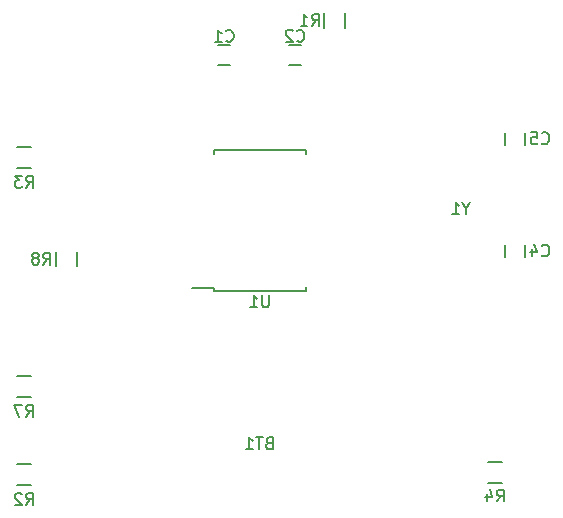
<source format=gbo>
G04 #@! TF.FileFunction,Legend,Bot*
%FSLAX46Y46*%
G04 Gerber Fmt 4.6, Leading zero omitted, Abs format (unit mm)*
G04 Created by KiCad (PCBNEW 4.0.7) date Thursday, April 26, 2018 'PMt' 01:22:00 PM*
%MOMM*%
%LPD*%
G01*
G04 APERTURE LIST*
%ADD10C,0.100000*%
%ADD11C,0.150000*%
G04 APERTURE END LIST*
D10*
D11*
X97500000Y-78850000D02*
X96500000Y-78850000D01*
X96500000Y-77150000D02*
X97500000Y-77150000D01*
X103500000Y-78850000D02*
X102500000Y-78850000D01*
X102500000Y-77150000D02*
X103500000Y-77150000D01*
X122460000Y-94070000D02*
X122460000Y-95070000D01*
X120760000Y-95070000D02*
X120760000Y-94070000D01*
X122460000Y-84560000D02*
X122460000Y-85560000D01*
X120760000Y-85560000D02*
X120760000Y-84560000D01*
X107225000Y-75650000D02*
X107225000Y-74450000D01*
X105475000Y-74450000D02*
X105475000Y-75650000D01*
X80650000Y-112625000D02*
X79450000Y-112625000D01*
X79450000Y-114375000D02*
X80650000Y-114375000D01*
X80650000Y-85765000D02*
X79450000Y-85765000D01*
X79450000Y-87515000D02*
X80650000Y-87515000D01*
X119310000Y-114195000D02*
X120510000Y-114195000D01*
X120510000Y-112445000D02*
X119310000Y-112445000D01*
X80650000Y-105155000D02*
X79450000Y-105155000D01*
X79450000Y-106905000D02*
X80650000Y-106905000D01*
X84485000Y-95860000D02*
X84485000Y-94660000D01*
X82735000Y-94660000D02*
X82735000Y-95860000D01*
X96125000Y-97950000D02*
X96125000Y-97700000D01*
X103875000Y-97950000D02*
X103875000Y-97605000D01*
X103875000Y-86050000D02*
X103875000Y-86395000D01*
X96125000Y-86050000D02*
X96125000Y-86395000D01*
X96125000Y-97950000D02*
X103875000Y-97950000D01*
X96125000Y-86050000D02*
X103875000Y-86050000D01*
X96125000Y-97700000D02*
X94300000Y-97700000D01*
X100785714Y-110828571D02*
X100642857Y-110876190D01*
X100595238Y-110923810D01*
X100547619Y-111019048D01*
X100547619Y-111161905D01*
X100595238Y-111257143D01*
X100642857Y-111304762D01*
X100738095Y-111352381D01*
X101119048Y-111352381D01*
X101119048Y-110352381D01*
X100785714Y-110352381D01*
X100690476Y-110400000D01*
X100642857Y-110447619D01*
X100595238Y-110542857D01*
X100595238Y-110638095D01*
X100642857Y-110733333D01*
X100690476Y-110780952D01*
X100785714Y-110828571D01*
X101119048Y-110828571D01*
X100261905Y-110352381D02*
X99690476Y-110352381D01*
X99976191Y-111352381D02*
X99976191Y-110352381D01*
X98833333Y-111352381D02*
X99404762Y-111352381D01*
X99119048Y-111352381D02*
X99119048Y-110352381D01*
X99214286Y-110495238D01*
X99309524Y-110590476D01*
X99404762Y-110638095D01*
X97156666Y-76747143D02*
X97204285Y-76794762D01*
X97347142Y-76842381D01*
X97442380Y-76842381D01*
X97585238Y-76794762D01*
X97680476Y-76699524D01*
X97728095Y-76604286D01*
X97775714Y-76413810D01*
X97775714Y-76270952D01*
X97728095Y-76080476D01*
X97680476Y-75985238D01*
X97585238Y-75890000D01*
X97442380Y-75842381D01*
X97347142Y-75842381D01*
X97204285Y-75890000D01*
X97156666Y-75937619D01*
X96204285Y-76842381D02*
X96775714Y-76842381D01*
X96490000Y-76842381D02*
X96490000Y-75842381D01*
X96585238Y-75985238D01*
X96680476Y-76080476D01*
X96775714Y-76128095D01*
X103166666Y-76747143D02*
X103214285Y-76794762D01*
X103357142Y-76842381D01*
X103452380Y-76842381D01*
X103595238Y-76794762D01*
X103690476Y-76699524D01*
X103738095Y-76604286D01*
X103785714Y-76413810D01*
X103785714Y-76270952D01*
X103738095Y-76080476D01*
X103690476Y-75985238D01*
X103595238Y-75890000D01*
X103452380Y-75842381D01*
X103357142Y-75842381D01*
X103214285Y-75890000D01*
X103166666Y-75937619D01*
X102785714Y-75937619D02*
X102738095Y-75890000D01*
X102642857Y-75842381D01*
X102404761Y-75842381D01*
X102309523Y-75890000D01*
X102261904Y-75937619D01*
X102214285Y-76032857D01*
X102214285Y-76128095D01*
X102261904Y-76270952D01*
X102833333Y-76842381D01*
X102214285Y-76842381D01*
X123876666Y-94927143D02*
X123924285Y-94974762D01*
X124067142Y-95022381D01*
X124162380Y-95022381D01*
X124305238Y-94974762D01*
X124400476Y-94879524D01*
X124448095Y-94784286D01*
X124495714Y-94593810D01*
X124495714Y-94450952D01*
X124448095Y-94260476D01*
X124400476Y-94165238D01*
X124305238Y-94070000D01*
X124162380Y-94022381D01*
X124067142Y-94022381D01*
X123924285Y-94070000D01*
X123876666Y-94117619D01*
X123019523Y-94355714D02*
X123019523Y-95022381D01*
X123257619Y-93974762D02*
X123495714Y-94689048D01*
X122876666Y-94689048D01*
X123876666Y-85417143D02*
X123924285Y-85464762D01*
X124067142Y-85512381D01*
X124162380Y-85512381D01*
X124305238Y-85464762D01*
X124400476Y-85369524D01*
X124448095Y-85274286D01*
X124495714Y-85083810D01*
X124495714Y-84940952D01*
X124448095Y-84750476D01*
X124400476Y-84655238D01*
X124305238Y-84560000D01*
X124162380Y-84512381D01*
X124067142Y-84512381D01*
X123924285Y-84560000D01*
X123876666Y-84607619D01*
X122971904Y-84512381D02*
X123448095Y-84512381D01*
X123495714Y-84988571D01*
X123448095Y-84940952D01*
X123352857Y-84893333D01*
X123114761Y-84893333D01*
X123019523Y-84940952D01*
X122971904Y-84988571D01*
X122924285Y-85083810D01*
X122924285Y-85321905D01*
X122971904Y-85417143D01*
X123019523Y-85464762D01*
X123114761Y-85512381D01*
X123352857Y-85512381D01*
X123448095Y-85464762D01*
X123495714Y-85417143D01*
X104416666Y-75502381D02*
X104750000Y-75026190D01*
X104988095Y-75502381D02*
X104988095Y-74502381D01*
X104607142Y-74502381D01*
X104511904Y-74550000D01*
X104464285Y-74597619D01*
X104416666Y-74692857D01*
X104416666Y-74835714D01*
X104464285Y-74930952D01*
X104511904Y-74978571D01*
X104607142Y-75026190D01*
X104988095Y-75026190D01*
X103464285Y-75502381D02*
X104035714Y-75502381D01*
X103750000Y-75502381D02*
X103750000Y-74502381D01*
X103845238Y-74645238D01*
X103940476Y-74740476D01*
X104035714Y-74788095D01*
X80216666Y-116052381D02*
X80550000Y-115576190D01*
X80788095Y-116052381D02*
X80788095Y-115052381D01*
X80407142Y-115052381D01*
X80311904Y-115100000D01*
X80264285Y-115147619D01*
X80216666Y-115242857D01*
X80216666Y-115385714D01*
X80264285Y-115480952D01*
X80311904Y-115528571D01*
X80407142Y-115576190D01*
X80788095Y-115576190D01*
X79835714Y-115147619D02*
X79788095Y-115100000D01*
X79692857Y-115052381D01*
X79454761Y-115052381D01*
X79359523Y-115100000D01*
X79311904Y-115147619D01*
X79264285Y-115242857D01*
X79264285Y-115338095D01*
X79311904Y-115480952D01*
X79883333Y-116052381D01*
X79264285Y-116052381D01*
X80216666Y-89192381D02*
X80550000Y-88716190D01*
X80788095Y-89192381D02*
X80788095Y-88192381D01*
X80407142Y-88192381D01*
X80311904Y-88240000D01*
X80264285Y-88287619D01*
X80216666Y-88382857D01*
X80216666Y-88525714D01*
X80264285Y-88620952D01*
X80311904Y-88668571D01*
X80407142Y-88716190D01*
X80788095Y-88716190D01*
X79883333Y-88192381D02*
X79264285Y-88192381D01*
X79597619Y-88573333D01*
X79454761Y-88573333D01*
X79359523Y-88620952D01*
X79311904Y-88668571D01*
X79264285Y-88763810D01*
X79264285Y-89001905D01*
X79311904Y-89097143D01*
X79359523Y-89144762D01*
X79454761Y-89192381D01*
X79740476Y-89192381D01*
X79835714Y-89144762D01*
X79883333Y-89097143D01*
X120076666Y-115768381D02*
X120410000Y-115292190D01*
X120648095Y-115768381D02*
X120648095Y-114768381D01*
X120267142Y-114768381D01*
X120171904Y-114816000D01*
X120124285Y-114863619D01*
X120076666Y-114958857D01*
X120076666Y-115101714D01*
X120124285Y-115196952D01*
X120171904Y-115244571D01*
X120267142Y-115292190D01*
X120648095Y-115292190D01*
X119219523Y-115101714D02*
X119219523Y-115768381D01*
X119457619Y-114720762D02*
X119695714Y-115435048D01*
X119076666Y-115435048D01*
X80216666Y-108582381D02*
X80550000Y-108106190D01*
X80788095Y-108582381D02*
X80788095Y-107582381D01*
X80407142Y-107582381D01*
X80311904Y-107630000D01*
X80264285Y-107677619D01*
X80216666Y-107772857D01*
X80216666Y-107915714D01*
X80264285Y-108010952D01*
X80311904Y-108058571D01*
X80407142Y-108106190D01*
X80788095Y-108106190D01*
X79883333Y-107582381D02*
X79216666Y-107582381D01*
X79645238Y-108582381D01*
X81676666Y-95712381D02*
X82010000Y-95236190D01*
X82248095Y-95712381D02*
X82248095Y-94712381D01*
X81867142Y-94712381D01*
X81771904Y-94760000D01*
X81724285Y-94807619D01*
X81676666Y-94902857D01*
X81676666Y-95045714D01*
X81724285Y-95140952D01*
X81771904Y-95188571D01*
X81867142Y-95236190D01*
X82248095Y-95236190D01*
X81105238Y-95140952D02*
X81200476Y-95093333D01*
X81248095Y-95045714D01*
X81295714Y-94950476D01*
X81295714Y-94902857D01*
X81248095Y-94807619D01*
X81200476Y-94760000D01*
X81105238Y-94712381D01*
X80914761Y-94712381D01*
X80819523Y-94760000D01*
X80771904Y-94807619D01*
X80724285Y-94902857D01*
X80724285Y-94950476D01*
X80771904Y-95045714D01*
X80819523Y-95093333D01*
X80914761Y-95140952D01*
X81105238Y-95140952D01*
X81200476Y-95188571D01*
X81248095Y-95236190D01*
X81295714Y-95331429D01*
X81295714Y-95521905D01*
X81248095Y-95617143D01*
X81200476Y-95664762D01*
X81105238Y-95712381D01*
X80914761Y-95712381D01*
X80819523Y-95664762D01*
X80771904Y-95617143D01*
X80724285Y-95521905D01*
X80724285Y-95331429D01*
X80771904Y-95236190D01*
X80819523Y-95188571D01*
X80914761Y-95140952D01*
X100761905Y-98327381D02*
X100761905Y-99136905D01*
X100714286Y-99232143D01*
X100666667Y-99279762D01*
X100571429Y-99327381D01*
X100380952Y-99327381D01*
X100285714Y-99279762D01*
X100238095Y-99232143D01*
X100190476Y-99136905D01*
X100190476Y-98327381D01*
X99190476Y-99327381D02*
X99761905Y-99327381D01*
X99476191Y-99327381D02*
X99476191Y-98327381D01*
X99571429Y-98470238D01*
X99666667Y-98565476D01*
X99761905Y-98613095D01*
X117476191Y-90976190D02*
X117476191Y-91452381D01*
X117809524Y-90452381D02*
X117476191Y-90976190D01*
X117142857Y-90452381D01*
X116285714Y-91452381D02*
X116857143Y-91452381D01*
X116571429Y-91452381D02*
X116571429Y-90452381D01*
X116666667Y-90595238D01*
X116761905Y-90690476D01*
X116857143Y-90738095D01*
M02*

</source>
